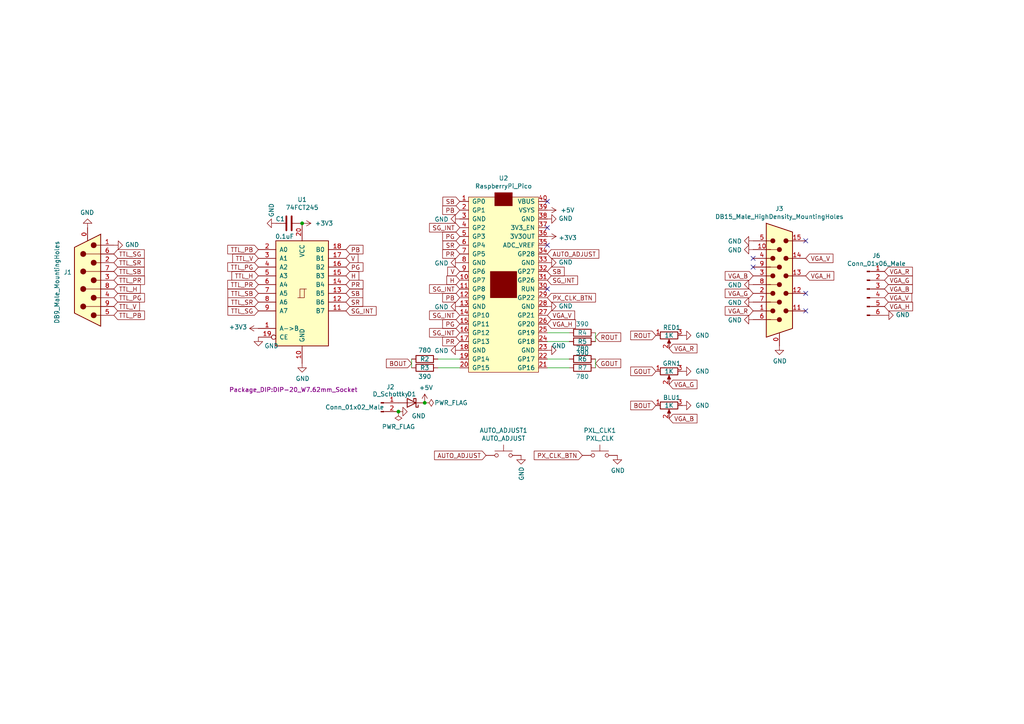
<source format=kicad_sch>
(kicad_sch (version 20230121) (generator eeschema)
  (paper "A4")
  (title_block (title "MCEBlaster") (date "2025-06-28") (rev "0.2") (company "Scrap Computing"))
  (lib_symbols
    (symbol "74xx:74LS245" (pin_names (offset 1.016))
      (property "Reference" "U" (at -7.62 16.51 0))
      (property "Value" "74LS245" (at -7.62 -16.51 0))
      (symbol "74LS245_1_0"
        (polyline (pts (xy -0.635 -1.27) (xy -0.635 1.27) (xy 0.635 1.27)))
        (polyline (pts (xy -1.27 -1.27) (xy 0.635 -1.27) (xy 0.635 1.27) (xy 1.27 1.27)))
        (pin input line (at -12.7 -10.16 0) (length 5.08) (name "A->B") (number "1"))
        (pin power_in line (at 0 -20.32 90) (length 5.08) (name "GND") (number "10"))
        (pin tri_state line (at 12.7 -5.08 180) (length 5.08) (name "B7") (number "11"))
        (pin tri_state line (at 12.7 -2.54 180) (length 5.08) (name "B6") (number "12"))
        (pin tri_state line (at 12.7 0 180) (length 5.08) (name "B5") (number "13"))
        (pin tri_state line (at 12.7 2.54 180) (length 5.08) (name "B4") (number "14"))
        (pin tri_state line (at 12.7 5.08 180) (length 5.08) (name "B3") (number "15"))
        (pin tri_state line (at 12.7 7.62 180) (length 5.08) (name "B2") (number "16"))
        (pin tri_state line (at 12.7 10.16 180) (length 5.08) (name "B1") (number "17"))
        (pin tri_state line (at 12.7 12.7 180) (length 5.08) (name "B0") (number "18"))
        (pin input inverted (at -12.7 -12.7 0) (length 5.08) (name "CE") (number "19"))
        (pin tri_state line (at -12.7 12.7 0) (length 5.08) (name "A0") (number "2"))
        (pin power_in line (at 0 20.32 270) (length 5.08) (name "VCC") (number "20"))
        (pin tri_state line (at -12.7 10.16 0) (length 5.08) (name "A1") (number "3"))
        (pin tri_state line (at -12.7 7.62 0) (length 5.08) (name "A2") (number "4"))
        (pin tri_state line (at -12.7 5.08 0) (length 5.08) (name "A3") (number "5"))
        (pin tri_state line (at -12.7 2.54 0) (length 5.08) (name "A4") (number "6"))
        (pin tri_state line (at -12.7 0 0) (length 5.08) (name "A5") (number "7"))
        (pin tri_state line (at -12.7 -2.54 0) (length 5.08) (name "A6") (number "8"))
        (pin tri_state line (at -12.7 -5.08 0) (length 5.08) (name "A7") (number "9"))
      )
      (symbol "74LS245_1_1"
        (rectangle (start -7.62 15.24) (end 7.62 -15.24) (stroke (width 0.254)) (fill (type background)))
      )
    )
    (symbol "Device:C" (pin_numbers hide) (pin_names (offset 0.254))
      (property "Reference" "C" (at 0.635 2.54 0))
      (property "Value" "C" (at 0.635 -2.54 0))
      (symbol "C_0_1"
        (polyline (pts (xy -2.032 -0.762) (xy 2.032 -0.762)) (stroke (width 0.508)))
        (polyline (pts (xy -2.032 0.762) (xy 2.032 0.762)) (stroke (width 0.508)))
      )
      (symbol "C_1_1"
        (pin passive line (at 0 3.81 270) (length 2.794) (name "~") (number "1"))
        (pin passive line (at 0 -3.81 90) (length 2.794) (name "~") (number "2"))
      )
    )
    (symbol "Device:D_Schottky" (pin_numbers hide) (pin_names (offset 1.016) hide)
      (property "Reference" "D" (at 0 2.54 0))
      (property "Value" "D_Schottky" (at 0 -2.54 0))
      (symbol "D_Schottky_0_1"
        (polyline (pts (xy 1.27 0) (xy -1.27 0)))
        (polyline (pts (xy 1.27 1.27) (xy 1.27 -1.27) (xy -1.27 0) (xy 1.27 1.27)) (stroke (width 0.254)))
        (polyline (pts (xy -1.905 0.635) (xy -1.905 1.27) (xy -1.27 1.27) (xy -1.27 -1.27) (xy -0.635 -1.27) (xy -0.635 -0.635)) (stroke (width 0.254)))
      )
      (symbol "D_Schottky_1_1"
        (pin passive line (at -3.81 0 0) (length 2.54) (name "K") (number "1"))
        (pin passive line (at 3.81 0 180) (length 2.54) (name "A") (number "2"))
      )
    )
    (symbol "Device:R" (pin_numbers hide) (pin_names (offset 0))
      (property "Reference" "R" (at 2.032 0 90))
      (property "Value" "R" (at 0 0 90))
      (symbol "R_0_1"
        (rectangle (start -1.016 -2.54) (end 1.016 2.54) (stroke (width 0.254)))
      )
      (symbol "R_1_1"
        (pin passive line (at 0 3.81 270) (length 1.27) (name "~") (number "1"))
        (pin passive line (at 0 -3.81 90) (length 1.27) (name "~") (number "2"))
      )
    )
    (symbol "Device:R_Potentiometer" (pin_names (offset 1.016) hide)
      (property "Reference" "RV" (at -4.445 0 90))
      (property "Value" "R_Potentiometer" (at -2.54 0 90))
      (symbol "R_Potentiometer_0_1"
        (polyline (pts (xy 2.54 0) (xy 1.524 0)))
        (polyline (pts (xy 1.143 0) (xy 2.286 0.508) (xy 2.286 -0.508) (xy 1.143 0)) (fill (type outline)))
        (rectangle (start 1.016 2.54) (end -1.016 -2.54) (stroke (width 0.254)))
      )
      (symbol "R_Potentiometer_1_1"
        (pin passive line (at 0 3.81 270) (length 1.27) (name "1") (number "1"))
        (pin passive line (at 3.81 0 180) (length 1.27) (name "2") (number "2"))
        (pin passive line (at 0 -3.81 90) (length 1.27) (name "3") (number "3"))
      )
    )
    (symbol "MCEBlaster-rescue:+3.3V-power" (power) (pin_names (offset 0))
      (property "Value" "+3.3V-power" (at 0 3.556 0))
      (symbol "+3.3V-power_0_1"
        (polyline (pts (xy -0.762 1.27) (xy 0 2.54)))
        (polyline (pts (xy 0 0) (xy 0 2.54)))
        (polyline (pts (xy 0 2.54) (xy 0.762 1.27)))
      )
      (symbol "+3.3V-power_1_1"
        (pin power_in line (at 0 0 90) (length 0) hide (name "+3V3") (number "1"))
      )
    )
    (symbol "MCEBlaster-rescue:Conn_01x02_Male-Connector" (pin_names (offset 1.016) hide)
      (property "Reference" "J" (at 0 2.54 0))
      (property "Value" "Connector_Conn_01x02_Male" (at 0 -5.08 0))
      (symbol "Conn_01x02_Male-Connector_1_1"
        (polyline (pts (xy 1.27 -2.54) (xy 0.8636 -2.54)) (stroke (width 0.1524)))
        (polyline (pts (xy 1.27 0) (xy 0.8636 0)) (stroke (width 0.1524)))
        (rectangle (start 0.8636 -2.413) (end 0 -2.667) (stroke (width 0.1524)) (fill (type outline)))
        (rectangle (start 0.8636 0.127) (end 0 -0.127) (stroke (width 0.1524)) (fill (type outline)))
        (pin passive line (at 5.08 0 180) (length 3.81) (name "Pin_1") (number "1"))
        (pin passive line (at 5.08 -2.54 180) (length 3.81) (name "Pin_2") (number "2"))
      )
    )
    (symbol "MCEBlaster-rescue:Conn_01x06_Male-Connector" (pin_names (offset 1.016) hide)
      (property "Reference" "J" (at 0 7.62 0))
      (property "Value" "Connector_Conn_01x06_Male" (at 0 -10.16 0))
      (symbol "Conn_01x06_Male-Connector_1_1"
        (polyline (pts (xy 1.27 -7.62) (xy 0.8636 -7.62)) (stroke (width 0.1524)))
        (polyline (pts (xy 1.27 -5.08) (xy 0.8636 -5.08)) (stroke (width 0.1524)))
        (polyline (pts (xy 1.27 -2.54) (xy 0.8636 -2.54)) (stroke (width 0.1524)))
        (polyline (pts (xy 1.27 0) (xy 0.8636 0)) (stroke (width 0.1524)))
        (polyline (pts (xy 1.27 2.54) (xy 0.8636 2.54)) (stroke (width 0.1524)))
        (polyline (pts (xy 1.27 5.08) (xy 0.8636 5.08)) (stroke (width 0.1524)))
        (rectangle (start 0.8636 -7.493) (end 0 -7.747) (stroke (width 0.1524)) (fill (type outline)))
        (rectangle (start 0.8636 -4.953) (end 0 -5.207) (stroke (width 0.1524)) (fill (type outline)))
        (rectangle (start 0.8636 -2.413) (end 0 -2.667) (stroke (width 0.1524)) (fill (type outline)))
        (rectangle (start 0.8636 0.127) (end 0 -0.127) (stroke (width 0.1524)) (fill (type outline)))
        (rectangle (start 0.8636 2.667) (end 0 2.413) (stroke (width 0.1524)) (fill (type outline)))
        (rectangle (start 0.8636 5.207) (end 0 4.953) (stroke (width 0.1524)) (fill (type outline)))
        (pin passive line (at 5.08 5.08 180) (length 3.81) (name "Pin_1") (number "1"))
        (pin passive line (at 5.08 2.54 180) (length 3.81) (name "Pin_2") (number "2"))
        (pin passive line (at 5.08 0 180) (length 3.81) (name "Pin_3") (number "3"))
        (pin passive line (at 5.08 -2.54 180) (length 3.81) (name "Pin_4") (number "4"))
        (pin passive line (at 5.08 -5.08 180) (length 3.81) (name "Pin_5") (number "5"))
        (pin passive line (at 5.08 -7.62 180) (length 3.81) (name "Pin_6") (number "6"))
      )
    )
    (symbol "MCEBlaster-rescue:DB15_Male_HighDensity_MountingHoles-Connector" (pin_names (offset 1.016) hide)
      (property "Reference" "J" (at 0 21.59 0))
      (property "Value" "Connector_DB15_Male_HighDensity_MountingHoles" (at 0 19.05 0))
      (symbol "DB15_Male_HighDensity_MountingHoles-Connector_0_1"
        (circle (center -1.905 -7.62) (radius 0.635) (fill (type outline)))
        (circle (center -1.905 -2.54) (radius 0.635) (fill (type outline)))
        (circle (center -1.905 2.54) (radius 0.635) (fill (type outline)))
        (circle (center -1.905 7.62) (radius 0.635) (fill (type outline)))
        (circle (center -1.905 12.7) (radius 0.635) (fill (type outline)))
        (circle (center 0 -10.16) (radius 0.635) (fill (type outline)))
        (circle (center 0 -5.08) (radius 0.635) (fill (type outline)))
        (polyline (pts (xy -3.175 -5.08) (xy -0.635 -5.08)))
        (polyline (pts (xy -0.635 -10.16) (xy -3.175 -10.16)))
        (polyline (pts (xy -0.635 0) (xy -3.175 0)))
        (polyline (pts (xy -0.635 5.08) (xy -3.175 5.08)))
        (polyline (pts (xy -0.635 10.16) (xy -3.175 10.16)))
        (polyline (pts (xy -3.81 17.78) (xy -3.81 -15.24) (xy 3.81 -12.7) (xy 3.81 15.24) (xy -3.81 17.78)) (stroke (width 0.254)) (fill (type background)))
        (circle (center 0 0) (radius 0.635) (fill (type outline)))
        (circle (center 0 5.08) (radius 0.635) (fill (type outline)))
        (circle (center 0 10.16) (radius 0.635) (fill (type outline)))
        (circle (center 1.905 -7.62) (radius 0.635) (fill (type outline)))
        (circle (center 1.905 -2.54) (radius 0.635) (fill (type outline)))
        (circle (center 1.905 2.54) (radius 0.635) (fill (type outline)))
        (circle (center 1.905 7.62) (radius 0.635) (fill (type outline)))
        (circle (center 1.905 12.7) (radius 0.635) (fill (type outline)))
      )
      (symbol "DB15_Male_HighDensity_MountingHoles-Connector_1_1"
        (pin passive line (at 0 -17.78 90) (length 3.81) (name "~") (number "0"))
        (pin passive line (at -7.62 -7.62 0) (length 5.08) (name "~") (number "1"))
        (pin passive line (at -7.62 10.16 0) (length 5.08) (name "~") (number "10"))
        (pin passive line (at 7.62 -7.62 180) (length 5.08) (name "~") (number "11"))
        (pin passive line (at 7.62 -2.54 180) (length 5.08) (name "~") (number "12"))
        (pin passive line (at 7.62 2.54 180) (length 5.08) (name "~") (number "13"))
        (pin passive line (at 7.62 7.62 180) (length 5.08) (name "~") (number "14"))
        (pin passive line (at 7.62 12.7 180) (length 5.08) (name "~") (number "15"))
        (pin passive line (at -7.62 -2.54 0) (length 5.08) (name "~") (number "2"))
        (pin passive line (at -7.62 2.54 0) (length 5.08) (name "~") (number "3"))
        (pin passive line (at -7.62 7.62 0) (length 5.08) (name "~") (number "4"))
        (pin passive line (at -7.62 12.7 0) (length 5.08) (name "~") (number "5"))
        (pin passive line (at -7.62 -10.16 0) (length 5.08) (name "~") (number "6"))
        (pin passive line (at -7.62 -5.08 0) (length 5.08) (name "~") (number "7"))
        (pin passive line (at -7.62 0 0) (length 5.08) (name "~") (number "8"))
        (pin passive line (at -7.62 5.08 0) (length 5.08) (name "~") (number "9"))
      )
    )
    (symbol "MCEBlaster-rescue:DB9_Male_MountingHoles-Connector" (pin_names (offset 1.016) hide)
      (property "Reference" "J" (at 0 16.51 0))
      (property "Value" "Connector_DB9_Male_MountingHoles" (at 0 14.605 0))
      (symbol "DB9_Male_MountingHoles-Connector_0_1"
        (circle (center -1.778 -10.16) (radius 0.762) (fill (type outline)))
        (circle (center -1.778 -5.08) (radius 0.762) (fill (type outline)))
        (circle (center -1.778 0) (radius 0.762) (fill (type outline)))
        (circle (center -1.778 5.08) (radius 0.762) (fill (type outline)))
        (circle (center -1.778 10.16) (radius 0.762) (fill (type outline)))
        (polyline (pts (xy -3.81 -10.16) (xy -2.54 -10.16)))
        (polyline (pts (xy -3.81 -7.62) (xy 0.508 -7.62)))
        (polyline (pts (xy -3.81 -5.08) (xy -2.54 -5.08)))
        (polyline (pts (xy -3.81 -2.54) (xy 0.508 -2.54)))
        (polyline (pts (xy -3.81 0) (xy -2.54 0)))
        (polyline (pts (xy -3.81 2.54) (xy 0.508 2.54)))
        (polyline (pts (xy -3.81 5.08) (xy -2.54 5.08)))
        (polyline (pts (xy -3.81 7.62) (xy 0.508 7.62)))
        (polyline (pts (xy -3.81 10.16) (xy -2.54 10.16)))
        (polyline (pts (xy -3.81 -13.335) (xy -3.81 13.335) (xy 3.81 9.525) (xy 3.81 -9.525) (xy -3.81 -13.335)) (stroke (width 0.254)) (fill (type background)))
        (circle (center 1.27 -7.62) (radius 0.762) (fill (type outline)))
        (circle (center 1.27 -2.54) (radius 0.762) (fill (type outline)))
        (circle (center 1.27 2.54) (radius 0.762) (fill (type outline)))
        (circle (center 1.27 7.62) (radius 0.762) (fill (type outline)))
      )
      (symbol "DB9_Male_MountingHoles-Connector_1_1"
        (pin passive line (at 0 -15.24 90) (length 3.81) (name "PAD") (number "0"))
        (pin passive line (at -7.62 -10.16 0) (length 3.81) (name "1") (number "1"))
        (pin passive line (at -7.62 -5.08 0) (length 3.81) (name "2") (number "2"))
        (pin passive line (at -7.62 0 0) (length 3.81) (name "3") (number "3"))
        (pin passive line (at -7.62 5.08 0) (length 3.81) (name "4") (number "4"))
        (pin passive line (at -7.62 10.16 0) (length 3.81) (name "5") (number "5"))
        (pin passive line (at -7.62 -7.62 0) (length 3.81) (name "6") (number "6"))
        (pin passive line (at -7.62 -2.54 0) (length 3.81) (name "7") (number "7"))
        (pin passive line (at -7.62 2.54 0) (length 3.81) (name "8") (number "8"))
        (pin passive line (at -7.62 7.62 0) (length 3.81) (name "9") (number "9"))
      )
    )
    (symbol "MCEBlaster:RaspberryPi_Pico" (pin_names (offset 1.016))
      (property "Reference" "U" (at 27.94 16.51 90))
      (property "Value" "RaspberryPi_Pico" (at 29.21 16.51 90))
      (symbol "RaspberryPi_Pico_0_1"
        (rectangle (start 17.78 55.88) (end 38.1 5.08) (fill (type background)))
        (rectangle (start 24.13 34.29) (end 31.75 26.67) (fill (type outline)))
        (rectangle (start 25.4 57.15) (end 30.48 53.34) (fill (type outline)))
      )
      (symbol "RaspberryPi_Pico_1_1"
        (pin bidirectional line (at 15.24 54.61 0) (length 2.54) (name "GP0") (number "1"))
        (pin bidirectional line (at 15.24 31.75 0) (length 2.54) (name "GP7") (number "10"))
        (pin bidirectional line (at 15.24 29.21 0) (length 2.54) (name "GP8") (number "11"))
        (pin bidirectional line (at 15.24 26.67 0) (length 2.54) (name "GP9") (number "12"))
        (pin power_in line (at 15.24 24.13 0) (length 2.54) (name "GND") (number "13"))
        (pin bidirectional line (at 15.24 21.59 0) (length 2.54) (name "GP10") (number "14"))
        (pin bidirectional line (at 15.24 19.05 0) (length 2.54) (name "GP11") (number "15"))
        (pin bidirectional line (at 15.24 16.51 0) (length 2.54) (name "GP12") (number "16"))
        (pin bidirectional line (at 15.24 13.97 0) (length 2.54) (name "GP13") (number "17"))
        (pin power_in line (at 15.24 11.43 0) (length 2.54) (name "GND") (number "18"))
        (pin bidirectional line (at 15.24 8.89 0) (length 2.54) (name "GP14") (number "19"))
        (pin bidirectional line (at 15.24 52.07 0) (length 2.54) (name "GP1") (number "2"))
        (pin bidirectional line (at 15.24 6.35 0) (length 2.54) (name "GP15") (number "20"))
        (pin bidirectional line (at 40.64 6.35 180) (length 2.54) (name "GP16") (number "21"))
        (pin bidirectional line (at 40.64 8.89 180) (length 2.54) (name "GP17") (number "22"))
        (pin power_in line (at 40.64 11.43 180) (length 2.54) (name "GND") (number "23"))
        (pin bidirectional line (at 40.64 13.97 180) (length 2.54) (name "GP18") (number "24"))
        (pin bidirectional line (at 40.64 16.51 180) (length 2.54) (name "GP19") (number "25"))
        (pin bidirectional line (at 40.64 19.05 180) (length 2.54) (name "GP20") (number "26"))
        (pin bidirectional line (at 40.64 21.59 180) (length 2.54) (name "GP21") (number "27"))
        (pin power_in line (at 40.64 24.13 180) (length 2.54) (name "GND") (number "28"))
        (pin bidirectional line (at 40.64 26.67 180) (length 2.54) (name "GP22") (number "29"))
        (pin power_in line (at 15.24 49.53 0) (length 2.54) (name "GND") (number "3"))
        (pin input line (at 40.64 29.21 180) (length 2.54) (name "RUN") (number "30"))
        (pin bidirectional line (at 40.64 31.75 180) (length 2.54) (name "GP26") (number "31"))
        (pin bidirectional line (at 40.64 34.29 180) (length 2.54) (name "GP27") (number "32"))
        (pin input line (at 40.64 36.83 180) (length 2.54) (name "GND") (number "33"))
        (pin bidirectional line (at 40.64 39.37 180) (length 2.54) (name "GP28") (number "34"))
        (pin input line (at 40.64 41.91 180) (length 2.54) (name "ADC_VREF") (number "35"))
        (pin power_out line (at 40.64 44.45 180) (length 2.54) (name "3V3OUT") (number "36"))
        (pin input line (at 40.64 46.99 180) (length 2.54) (name "3V3_EN") (number "37"))
        (pin power_in line (at 40.64 49.53 180) (length 2.54) (name "GND") (number "38"))
        (pin power_in line (at 40.64 52.07 180) (length 2.54) (name "VSYS") (number "39"))
        (pin bidirectional line (at 15.24 46.99 0) (length 2.54) (name "GP2") (number "4"))
        (pin power_in line (at 40.64 54.61 180) (length 2.54) (name "VBUS") (number "40"))
        (pin bidirectional line (at 15.24 44.45 0) (length 2.54) (name "GP3") (number "5"))
        (pin bidirectional line (at 15.24 41.91 0) (length 2.54) (name "GP4") (number "6"))
        (pin bidirectional line (at 15.24 39.37 0) (length 2.54) (name "GP5") (number "7"))
        (pin power_in line (at 15.24 36.83 0) (length 2.54) (name "GND") (number "8"))
        (pin bidirectional line (at 15.24 34.29 0) (length 2.54) (name "GP6") (number "9"))
      )
    )
    (symbol "Switch:SW_Push" (pin_numbers hide) (pin_names (offset 1.016) hide)
      (property "Reference" "SW" (at 1.27 2.54 0))
      (property "Value" "SW_Push" (at 0 -1.524 0))
      (symbol "SW_Push_0_1"
        (circle (center -2.032 0) (radius 0.508))
        (polyline (pts (xy 0 1.27) (xy 0 3.048)))
        (polyline (pts (xy 2.54 1.27) (xy -2.54 1.27)))
        (circle (center 2.032 0) (radius 0.508))
        (pin passive line (at -5.08 0 0) (length 2.54) (name "1") (number "1"))
        (pin passive line (at 5.08 0 180) (length 2.54) (name "2") (number "2"))
      )
    )
    (symbol "power:+5V" (power) (pin_names (offset 0))
      (property "Value" "+5V" (at 0 3.556 0))
      (symbol "+5V_0_1"
        (polyline (pts (xy -0.762 1.27) (xy 0 2.54)))
        (polyline (pts (xy 0 0) (xy 0 2.54)))
        (polyline (pts (xy 0 2.54) (xy 0.762 1.27)))
      )
      (symbol "+5V_1_1"
        (pin power_in line (at 0 0 90) (length 0) hide (name "+5V") (number "1"))
      )
    )
    (symbol "power:GND" (power) (pin_names (offset 0))
      (property "Value" "GND" (at 0 -3.81 0))
      (symbol "GND_0_1"
        (polyline (pts (xy 0 0) (xy 0 -1.27) (xy 1.27 -1.27) (xy 0 -2.54) (xy -1.27 -1.27) (xy 0 -1.27)))
      )
      (symbol "GND_1_1"
        (pin power_in line (at 0 0 270) (length 0) hide (name "GND") (number "1"))
      )
    )
    (symbol "power:PWR_FLAG" (power) (pin_numbers hide) (pin_names (offset 0) hide)
      (property "Value" "PWR_FLAG" (at 0 3.81 0))
      (symbol "PWR_FLAG_0_0"
        (pin power_out line (at 0 0 90) (length 0) (name "pwr") (number "1"))
      )
      (symbol "PWR_FLAG_0_1"
        (polyline (pts (xy 0 0) (xy 0 1.27) (xy -1.016 1.905) (xy 0 2.54) (xy 1.016 1.905) (xy 0 1.27)))
      )
    )
  )
  (junction (at 87.63 64.77))
  (junction (at 123.19 116.84))
  (junction (at 115.57 119.38))
  (no_connect (at 233.68 90.17))
  (no_connect (at 158.75 71.12))
  (no_connect (at 218.44 77.47))
  (no_connect (at 158.75 58.42))
  (no_connect (at 233.68 69.85))
  (no_connect (at 233.68 85.09))
  (no_connect (at 158.75 83.82))
  (no_connect (at 158.75 66.04))
  (no_connect (at 218.44 74.93))
  (wire (pts (xy 165.1 106.68) (xy 158.75 106.68)))
  (wire (pts (xy 165.1 96.52) (xy 158.75 96.52)))
  (wire (pts (xy 127 104.14) (xy 133.35 104.14)))
  (wire (pts (xy 133.35 106.68) (xy 127 106.68)))
  (wire (pts (xy 158.75 99.06) (xy 165.1 99.06)))
  (wire (pts (xy 119.38 104.14) (xy 119.38 106.68)))
  (wire (pts (xy 172.72 96.52) (xy 172.72 99.06)))
  (wire (pts (xy 158.75 104.14) (xy 165.1 104.14)))
  (wire (pts (xy 172.72 104.14) (xy 172.72 106.68)))
  (global_label "GOUT" (shape input) (at 172.72 105.41 0) (property "Intersheetrefs" "${INTERSHEET_REFS}" (effects hide)))
  (global_label "VGA_R" (shape input) (at 218.44 90.17 180) (property "Intersheetrefs" "${INTERSHEET_REFS}" (effects hide)))
  (global_label "VGA_G" (shape input) (at 256.54 81.28 0) (property "Intersheetrefs" "${INTERSHEET_REFS}" (effects hide)))
  (global_label "TTL_H" (shape input) (at 74.93 80.01 180) (property "Intersheetrefs" "${INTERSHEET_REFS}" (effects hide)))
  (global_label "SB" (shape input) (at 100.33 85.09 0) (property "Intersheetrefs" "${INTERSHEET_REFS}" (effects hide)))
  (global_label "TTL_H" (shape input) (at 33.02 83.82 0) (property "Intersheetrefs" "${INTERSHEET_REFS}" (effects hide)))
  (global_label "AUTO_ADJUST" (shape input) (at 158.75 73.66 0) (property "Intersheetrefs" "${INTERSHEET_REFS}" (effects hide)))
  (global_label "SG_INT" (shape input) (at 100.33 90.17 0) (property "Intersheetrefs" "${INTERSHEET_REFS}" (effects hide)))
  (global_label "VGA_R" (shape input) (at 194.056 101.092 0) (property "Intersheetrefs" "${INTERSHEET_REFS}" (effects hide)))
  (global_label "SG_INT" (shape input) (at 133.35 66.04 180) (property "Intersheetrefs" "${INTERSHEET_REFS}" (effects hide)))
  (global_label "PB" (shape input) (at 133.35 86.36 180) (property "Intersheetrefs" "${INTERSHEET_REFS}" (effects hide)))
  (global_label "TTL_SG" (shape input) (at 74.93 90.17 180) (property "Intersheetrefs" "${INTERSHEET_REFS}" (effects hide)))
  (global_label "TTL_PB" (shape input) (at 74.93 72.39 180) (property "Intersheetrefs" "${INTERSHEET_REFS}" (effects hide)))
  (global_label "TTL_V" (shape input) (at 33.02 88.9 0) (property "Intersheetrefs" "${INTERSHEET_REFS}" (effects hide)))
  (global_label "VGA_V" (shape input) (at 158.75 91.44 0) (property "Intersheetrefs" "${INTERSHEET_REFS}" (effects hide)))
  (global_label "TTL_PR" (shape input) (at 33.02 81.28 0) (property "Intersheetrefs" "${INTERSHEET_REFS}" (effects hide)))
  (global_label "H" (shape input) (at 133.35 81.28 180) (property "Intersheetrefs" "${INTERSHEET_REFS}" (effects hide)))
  (global_label "TTL_PB" (shape input) (at 33.02 91.44 0) (property "Intersheetrefs" "${INTERSHEET_REFS}" (effects hide)))
  (global_label "VGA_B" (shape input) (at 218.44 80.01 180) (property "Intersheetrefs" "${INTERSHEET_REFS}" (effects hide)))
  (global_label "SB" (shape input) (at 133.35 58.42 180) (property "Intersheetrefs" "${INTERSHEET_REFS}" (effects hide)))
  (global_label "PG" (shape input) (at 133.35 93.98 180) (property "Intersheetrefs" "${INTERSHEET_REFS}" (effects hide)))
  (global_label "VGA_V" (shape input) (at 256.54 86.36 0) (property "Intersheetrefs" "${INTERSHEET_REFS}" (effects hide)))
  (global_label "TTL_PG" (shape input) (at 74.93 77.47 180) (property "Intersheetrefs" "${INTERSHEET_REFS}" (effects hide)))
  (global_label "VGA_H" (shape input) (at 233.68 80.01 0) (property "Intersheetrefs" "${INTERSHEET_REFS}" (effects hide)))
  (global_label "VGA_B" (shape input) (at 194.056 121.412 0) (property "Intersheetrefs" "${INTERSHEET_REFS}" (effects hide)))
  (global_label "H" (shape input) (at 100.33 80.01 0) (property "Intersheetrefs" "${INTERSHEET_REFS}" (effects hide)))
  (global_label "TTL_PR" (shape input) (at 74.93 82.55 180) (property "Intersheetrefs" "${INTERSHEET_REFS}" (effects hide)))
  (global_label "SB" (shape input) (at 158.75 78.74 0) (property "Intersheetrefs" "${INTERSHEET_REFS}" (effects hide)))
  (global_label "VGA_H" (shape input) (at 158.75 93.98 0) (property "Intersheetrefs" "${INTERSHEET_REFS}" (effects hide)))
  (global_label "PG" (shape input) (at 133.35 68.58 180) (property "Intersheetrefs" "${INTERSHEET_REFS}" (effects hide)))
  (global_label "TTL_SB" (shape input) (at 33.02 78.74 0) (property "Intersheetrefs" "${INTERSHEET_REFS}" (effects hide)))
  (global_label "PX_CLK_BTN" (shape input) (at 168.91 132.08 180) (property "Intersheetrefs" "${INTERSHEET_REFS}" (effects hide)))
  (global_label "GOUT" (shape input) (at 190.246 107.696 180) (property "Intersheetrefs" "${INTERSHEET_REFS}" (effects hide)))
  (global_label "PR" (shape input) (at 133.35 99.06 180) (property "Intersheetrefs" "${INTERSHEET_REFS}" (effects hide)))
  (global_label "SR" (shape input) (at 100.33 87.63 0) (property "Intersheetrefs" "${INTERSHEET_REFS}" (effects hide)))
  (global_label "ROUT" (shape input) (at 172.72 97.79 0) (property "Intersheetrefs" "${INTERSHEET_REFS}" (effects hide)))
  (global_label "VGA_R" (shape input) (at 256.54 78.74 0) (property "Intersheetrefs" "${INTERSHEET_REFS}" (effects hide)))
  (global_label "VGA_G" (shape input) (at 218.44 85.09 180) (property "Intersheetrefs" "${INTERSHEET_REFS}" (effects hide)))
  (global_label "PR" (shape input) (at 133.35 73.66 180) (property "Intersheetrefs" "${INTERSHEET_REFS}" (effects hide)))
  (global_label "VGA_V" (shape input) (at 233.68 74.93 0) (property "Intersheetrefs" "${INTERSHEET_REFS}" (effects hide)))
  (global_label "SG_INT" (shape input) (at 133.35 91.44 180) (property "Intersheetrefs" "${INTERSHEET_REFS}" (effects hide)))
  (global_label "BOUT" (shape input) (at 119.38 105.41 180) (property "Intersheetrefs" "${INTERSHEET_REFS}" (effects hide)))
  (global_label "V" (shape input) (at 133.35 78.74 180) (property "Intersheetrefs" "${INTERSHEET_REFS}" (effects hide)))
  (global_label "V" (shape input) (at 100.33 74.93 0) (property "Intersheetrefs" "${INTERSHEET_REFS}" (effects hide)))
  (global_label "AUTO_ADJUST" (shape input) (at 140.97 132.08 180) (property "Intersheetrefs" "${INTERSHEET_REFS}" (effects hide)))
  (global_label "PB" (shape input) (at 100.33 72.39 0) (property "Intersheetrefs" "${INTERSHEET_REFS}" (effects hide)))
  (global_label "PX_CLK_BTN" (shape input) (at 158.75 86.36 0) (property "Intersheetrefs" "${INTERSHEET_REFS}" (effects hide)))
  (global_label "TTL_V" (shape input) (at 74.93 74.93 180) (property "Intersheetrefs" "${INTERSHEET_REFS}" (effects hide)))
  (global_label "PB" (shape input) (at 133.35 60.96 180) (property "Intersheetrefs" "${INTERSHEET_REFS}" (effects hide)))
  (global_label "PG" (shape input) (at 100.33 77.47 0) (property "Intersheetrefs" "${INTERSHEET_REFS}" (effects hide)))
  (global_label "TTL_SB" (shape input) (at 74.93 85.09 180) (property "Intersheetrefs" "${INTERSHEET_REFS}" (effects hide)))
  (global_label "TTL_PG" (shape input) (at 33.02 86.36 0) (property "Intersheetrefs" "${INTERSHEET_REFS}" (effects hide)))
  (global_label "BOUT" (shape input) (at 190.246 117.602 180) (property "Intersheetrefs" "${INTERSHEET_REFS}" (effects hide)))
  (global_label "TTL_SG" (shape input) (at 33.02 73.66 0) (property "Intersheetrefs" "${INTERSHEET_REFS}" (effects hide)))
  (global_label "VGA_B" (shape input) (at 256.54 83.82 0) (property "Intersheetrefs" "${INTERSHEET_REFS}" (effects hide)))
  (global_label "PR" (shape input) (at 100.33 82.55 0) (property "Intersheetrefs" "${INTERSHEET_REFS}" (effects hide)))
  (global_label "VGA_H" (shape input) (at 256.54 88.9 0) (property "Intersheetrefs" "${INTERSHEET_REFS}" (effects hide)))
  (global_label "VGA_G" (shape input) (at 194.056 111.506 0) (property "Intersheetrefs" "${INTERSHEET_REFS}" (effects hide)))
  (global_label "ROUT" (shape input) (at 190.246 97.282 180) (property "Intersheetrefs" "${INTERSHEET_REFS}" (effects hide)))
  (global_label "SG_INT" (shape input) (at 158.75 81.28 0) (property "Intersheetrefs" "${INTERSHEET_REFS}" (effects hide)))
  (global_label "SG_INT" (shape input) (at 133.35 83.82 180) (property "Intersheetrefs" "${INTERSHEET_REFS}" (effects hide)))
  (global_label "TTL_SR" (shape input) (at 74.93 87.63 180) (property "Intersheetrefs" "${INTERSHEET_REFS}" (effects hide)))
  (global_label "TTL_SR" (shape input) (at 33.02 76.2 0) (property "Intersheetrefs" "${INTERSHEET_REFS}" (effects hide)))
  (global_label "SG_INT" (shape input) (at 133.35 96.52 180) (property "Intersheetrefs" "${INTERSHEET_REFS}" (effects hide)))
  (global_label "SR" (shape input) (at 133.35 71.12 180) (property "Intersheetrefs" "${INTERSHEET_REFS}" (effects hide)))
  (symbol (lib_id "MCEBlaster-rescue:DB9_Male_MountingHoles-Connector") (at 25.4 81.28 180) (unit 1)
    (property "Reference" "J1" (at 20.828 78.9686 0) (effects (justify left)))
    (property "Value" "DB9_Male_MountingHoles" (at 16.51 69.85 90) (effects (justify left)))
    (property "Footprint" "Connector_Dsub:DSUB-9_Male_Horizontal_P2.77x2.84mm_EdgePinOffset4.94mm_Housed_MountingHolesOffset7.48mm" (effects hide))
    (property "Datasheet" " ~" (effects hide))
  )
  (symbol (lib_id "power:GND") (at 33.02 71.12 90) (unit 1)
    (property "Reference" "#PWR0101" (effects hide))
    (property "Value" "GND" (at 36.2712 70.993 90) (effects (justify right)))
  )
  (symbol (lib_id "power:GND") (at 25.4 66.04 180) (unit 1)
    (property "Reference" "#PWR0102" (effects hide))
    (property "Value" "GND" (at 25.273 61.6458 0))
  )
  (symbol (lib_id "MCEBlaster-rescue:DB15_Male_HighDensity_MountingHoles-Connector") (at 226.06 82.55 0) (unit 1)
    (property "Reference" "J3" (at 226.06 60.5282 0))
    (property "Value" "DB15_Male_HighDensity_MountingHoles" (at 226.06 62.8396 0))
    (property "Footprint" "Connector_Dsub:DSUB-15-HD_Female_Horizontal_P2.29x1.98mm_EdgePinOffset3.03mm_Housed_MountingHolesOffset4.94mm" (effects hide))
    (property "Datasheet" " ~" (effects hide))
  )
  (symbol (lib_id "MCEBlaster-rescue:+3.3V-power") (at 87.63 64.77 270) (unit 1)
    (property "Reference" "#PWR0118" (effects hide))
    (property "Value" "+3.3V" (at 93.98 64.77 90))
  )
  (symbol (lib_id "power:GND") (at 87.63 105.41 0) (unit 1)
    (property "Reference" "#PWR0103" (effects hide))
    (property "Value" "GND" (at 87.757 109.8042 0))
  )
  (symbol (lib_id "Device:C") (at 83.82 64.77 270) (unit 1)
    (property "Reference" "C1" (at 81.28 63.5 90))
    (property "Value" "0.1uF" (at 82.55 68.58 90))
    (property "Footprint" "Capacitor_THT:C_Disc_D4.3mm_W1.9mm_P5.00mm" (effects hide))
  )
  (symbol (lib_id "power:GND") (at 80.01 64.77 270) (unit 1)
    (property "Reference" "#PWR0117" (effects hide))
    (property "Value" "GND" (at 78.74 60.96 0))
  )
  (symbol (lib_id "power:GND") (at 74.93 97.79 0) (unit 1)
    (property "Reference" "#PWR0116" (effects hide))
    (property "Value" "GND" (at 78.74 100.33 0))
  )
  (symbol (lib_id "power:GND") (at 133.35 63.5 270) (unit 1)
    (property "Reference" "#PWR0104" (effects hide))
    (property "Value" "GND" (at 130.0988 63.627 90) (effects (justify right)))
  )
  (symbol (lib_id "power:GND") (at 218.44 69.85 270) (unit 1)
    (property "Reference" "#PWR0105" (effects hide))
    (property "Value" "GND" (at 215.1888 69.977 90) (effects (justify right)))
  )
  (symbol (lib_id "power:GND") (at 218.44 92.71 270) (unit 1)
    (property "Reference" "#PWR0106" (effects hide))
    (property "Value" "GND" (at 215.1888 92.837 90) (effects (justify right)))
  )
  (symbol (lib_id "power:GND") (at 218.44 87.63 270) (unit 1)
    (property "Reference" "#PWR0107" (effects hide))
    (property "Value" "GND" (at 215.1888 87.757 90) (effects (justify right)))
  )
  (symbol (lib_id "power:GND") (at 218.44 82.55 270) (unit 1)
    (property "Reference" "#PWR0108" (effects hide))
    (property "Value" "GND" (at 215.1888 82.677 90) (effects (justify right)))
  )
  (symbol (lib_id "power:GND") (at 218.44 72.39 270) (unit 1)
    (property "Reference" "#PWR0109" (effects hide))
    (property "Value" "GND" (at 215.1888 72.517 90) (effects (justify right)))
  )
  (symbol (lib_id "power:GND") (at 226.06 100.33 0) (unit 1)
    (property "Reference" "#PWR0110" (effects hide))
    (property "Value" "GND" (at 226.187 104.7242 0))
  )
  (symbol (lib_id "Device:R") (at 123.19 106.68 90) (unit 1)
    (property "Reference" "R3" (at 123.19 106.68 90))
    (property "Value" "390" (at 123.19 109.22 90))
    (property "Footprint" "Resistor_THT:R_Axial_DIN0207_L6.3mm_D2.5mm_P10.16mm_Horizontal" (effects hide))
  )
  (symbol (lib_id "Device:R") (at 123.19 104.14 90) (unit 1)
    (property "Reference" "R2" (at 123.19 104.14 90))
    (property "Value" "780" (at 123.19 101.6 90))
    (property "Footprint" "Resistor_THT:R_Axial_DIN0207_L6.3mm_D2.5mm_P10.16mm_Horizontal" (effects hide))
  )
  (symbol (lib_id "Device:R") (at 168.91 99.06 270) (unit 1)
    (property "Reference" "R5" (at 168.91 99.06 90))
    (property "Value" "780" (at 168.91 101.092 90))
    (property "Footprint" "Resistor_THT:R_Axial_DIN0207_L6.3mm_D2.5mm_P10.16mm_Horizontal" (effects hide))
  )
  (symbol (lib_id "Device:R") (at 168.91 96.52 270) (unit 1)
    (property "Reference" "R4" (at 168.91 96.52 90))
    (property "Value" "390" (at 168.91 93.98 90))
    (property "Footprint" "Resistor_THT:R_Axial_DIN0207_L6.3mm_D2.5mm_P10.16mm_Horizontal" (effects hide))
  )
  (symbol (lib_id "Device:R") (at 168.91 106.68 270) (unit 1)
    (property "Reference" "R7" (at 168.91 106.68 90))
    (property "Value" "780" (at 168.91 109.22 90))
    (property "Footprint" "Resistor_THT:R_Axial_DIN0207_L6.3mm_D2.5mm_P10.16mm_Horizontal" (effects hide))
  )
  (symbol (lib_id "Device:R") (at 168.91 104.14 270) (unit 1)
    (property "Reference" "R6" (at 168.91 104.14 90))
    (property "Value" "390" (at 168.91 102.362 90))
    (property "Footprint" "Resistor_THT:R_Axial_DIN0207_L6.3mm_D2.5mm_P10.16mm_Horizontal" (effects hide))
  )
  (symbol (lib_id "power:GND") (at 158.75 101.6 90) (unit 1)
    (property "Reference" "#PWR0111" (effects hide))
    (property "Value" "GND" (at 160.02 100.33 90) (effects (justify right)))
  )
  (symbol (lib_id "power:GND") (at 115.57 119.38 90) (unit 1)
    (property "Reference" "#PWR0112" (effects hide))
    (property "Value" "GND" (at 119.38 120.65 90) (effects (justify right)))
  )
  (symbol (lib_id "Device:D_Schottky") (at 119.38 116.84 180) (unit 1)
    (property "Reference" "D1" (at 119.38 114.3 0))
    (property "Value" "D_Schottky" (at 113.284 114.3 0))
    (property "Footprint" "Diode_THT:D_A-405_P7.62mm_Horizontal" (effects hide))
  )
  (symbol (lib_id "power:+5V") (at 123.19 116.84 0) (unit 1)
    (property "Reference" "#PWR0113" (effects hide))
    (property "Value" "+5V" (at 123.571 112.4458 0))
  )
  (symbol (lib_id "power:PWR_FLAG") (at 123.19 116.84 270) (unit 1)
    (property "Reference" "#FLG0101" (effects hide))
    (property "Value" "PWR_FLAG" (at 130.81 116.84 90))
  )
  (symbol (lib_id "Switch:SW_Push") (at 146.05 132.08 0) (unit 1)
    (property "Reference" "AUTO_ADJUST1" (at 146.05 124.841 0))
    (property "Value" "AUTO_ADJUST" (at 146.05 127.1524 0))
    (property "Footprint" "Button_Switch_THT:SW_PUSH_6mm" (effects hide))
  )
  (symbol (lib_id "power:GND") (at 151.13 132.08 0) (unit 1)
    (property "Reference" "#PWR0115" (effects hide))
    (property "Value" "GND" (at 151.257 135.3312 90) (effects (justify right)))
  )
  (symbol (lib_id "MCEBlaster-rescue:Conn_01x02_Male-Connector") (at 110.49 116.84 0) (unit 1)
    (property "Reference" "J2" (at 113.2332 112.2426 0))
    (property "Value" "Conn_01x02_Male" (at 102.87 118.11 0))
    (property "Footprint" "Connector_PinHeader_2.54mm:PinHeader_1x02_P2.54mm_Vertical" (effects hide))
  )
  (symbol (lib_id "power:GND") (at 133.35 76.2 270) (unit 1)
    (property "Reference" "#PWR0121" (effects hide))
    (property "Value" "GND" (at 130.0988 76.327 90) (effects (justify right)))
  )
  (symbol (lib_id "power:GND") (at 133.35 88.9 270) (unit 1)
    (property "Reference" "#PWR0122" (effects hide))
    (property "Value" "GND" (at 130.0988 89.027 90) (effects (justify right)))
  )
  (symbol (lib_id "power:GND") (at 133.35 101.6 270) (unit 1)
    (property "Reference" "#PWR0123" (effects hide))
    (property "Value" "GND" (at 130.0988 101.727 90) (effects (justify right)))
  )
  (symbol (lib_id "power:GND") (at 158.75 88.9 90) (unit 1)
    (property "Reference" "#PWR0124" (effects hide))
    (property "Value" "GND" (at 162.0012 88.773 90) (effects (justify right)))
  )
  (symbol (lib_id "power:GND") (at 158.75 76.2 90) (unit 1)
    (property "Reference" "#PWR0125" (effects hide))
    (property "Value" "GND" (at 162.0012 76.073 90) (effects (justify right)))
  )
  (symbol (lib_id "power:GND") (at 158.75 63.5 90) (unit 1)
    (property "Reference" "#PWR0126" (effects hide))
    (property "Value" "GND" (at 162.0012 63.373 90) (effects (justify right)))
  )
  (symbol (lib_id "power:+5V") (at 158.75 60.96 270) (unit 1)
    (property "Reference" "#PWR0127" (effects hide))
    (property "Value" "+5V" (at 162.56 60.96 90) (effects (justify left)))
  )
  (symbol (lib_id "MCEBlaster-rescue:+3.3V-power") (at 158.75 68.58 270) (unit 1)
    (property "Reference" "#PWR0128" (effects hide))
    (property "Value" "+3.3V" (at 162.0012 68.961 90) (effects (justify left)))
  )
  (symbol (lib_id "power:PWR_FLAG") (at 115.57 119.38 180) (unit 1)
    (property "Reference" "#FLG0102" (effects hide))
    (property "Value" "PWR_FLAG" (at 115.57 123.7742 0))
  )
  (symbol (lib_id "74xx:74LS245") (at 87.63 85.09 0) (unit 1)
    (property "Reference" "U1" (at 87.63 57.8866 0))
    (property "Value" "74FCT245" (at 87.63 60.198 0))
    (property "Footprint" "Package_DIP:DIP-20_W7.62mm_Socket" (at 85.09 113.03 0))
    (property "Datasheet" "http://www.ti.com/lit/gpn/sn74LS245" (effects hide))
  )
  (symbol (lib_id "MCEBlaster-rescue:+3.3V-power") (at 74.93 95.25 90) (unit 1)
    (property "Reference" "#PWR01" (effects hide))
    (property "Value" "+3.3V" (at 71.6788 94.869 90) (effects (justify left)))
  )
  (symbol (lib_id "MCEBlaster-rescue:Conn_01x06_Male-Connector") (at 251.46 83.82 0) (unit 1)
    (property "Reference" "J6" (at 254.2032 74.1426 0))
    (property "Value" "Conn_01x06_Male" (at 254.2032 76.454 0))
    (property "Footprint" "Connector_PinHeader_2.54mm:PinHeader_1x06_P2.54mm_Vertical" (effects hide))
  )
  (symbol (lib_id "power:GND") (at 256.54 91.44 90) (unit 1)
    (property "Reference" "#PWR04" (effects hide))
    (property "Value" "GND" (at 259.7912 91.313 90) (effects (justify right)))
  )
  (symbol (lib_id "MCEBlaster:RaspberryPi_Pico") (at 118.11 113.03 0) (unit 1)
    (property "Reference" "U2" (at 146.05 51.689 0))
    (property "Value" "RaspberryPi_Pico" (at 146.05 54.0004 0))
    (property "Footprint" "MCEBlaster:raspberry_pi_pico" (effects hide))
  )
  (symbol (lib_id "Switch:SW_Push") (at 173.99 132.08 0) (unit 1)
    (property "Reference" "PXL_CLK1" (at 173.99 124.841 0))
    (property "Value" "PXL_CLK" (at 173.99 127.1524 0))
    (property "Footprint" "Button_Switch_THT:SW_PUSH_6mm" (effects hide))
  )
  (symbol (lib_id "power:GND") (at 179.07 132.08 0) (unit 1)
    (property "Reference" "#PWR02" (effects hide))
    (property "Value" "GND" (at 179.197 136.4742 0))
  )
  (symbol (lib_id "Device:R_Potentiometer") (at 194.056 97.282 90) (mirror x) (unit 1)
    (property "Reference" "RED1" (at 194.818 94.996 90))
    (property "Value" "1K" (at 194.056 97.282 90))
    (property "Footprint" "Potentiometer_THT:Potentiometer_Runtron_RM-065_Vertical" (effects hide))
  )
  (symbol (lib_id "power:GND") (at 197.866 97.282 90) (unit 1)
    (property "Reference" "#PWR03" (effects hide))
    (property "Value" "GND" (at 201.676 97.282 90) (effects (justify right)))
  )
  (symbol (lib_id "power:GND") (at 197.866 107.696 90) (unit 1)
    (property "Reference" "#PWR05" (effects hide))
    (property "Value" "GND" (at 201.676 107.696 90) (effects (justify right)))
  )
  (symbol (lib_id "Device:R_Potentiometer") (at 194.056 117.602 90) (mirror x) (unit 1)
    (property "Reference" "BLU1" (at 194.818 115.316 90))
    (property "Value" "1K" (at 194.056 117.602 90))
    (property "Footprint" "Potentiometer_THT:Potentiometer_Runtron_RM-065_Vertical" (effects hide))
  )
  (symbol (lib_id "Device:R_Potentiometer") (at 194.056 107.696 90) (mirror x) (unit 1)
    (property "Reference" "GRN1" (at 194.818 105.41 90))
    (property "Value" "1K" (at 194.056 107.696 90))
    (property "Footprint" "Potentiometer_THT:Potentiometer_Runtron_RM-065_Vertical" (effects hide))
  )
  (symbol (lib_id "power:GND") (at 197.866 117.602 90) (unit 1)
    (property "Reference" "#PWR06" (effects hide))
    (property "Value" "GND" (at 201.676 117.602 90) (effects (justify right)))
  )
)
</source>
